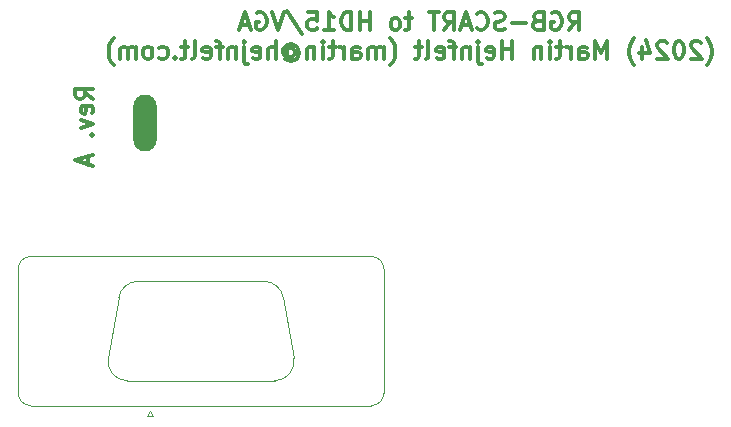
<source format=gbr>
%TF.GenerationSoftware,KiCad,Pcbnew,6.0.11-2627ca5db0~126~ubuntu22.04.1*%
%TF.CreationDate,2024-01-17T10:59:56+01:00*%
%TF.ProjectId,SCART-TO-HD15,53434152-542d-4544-9f2d-484431352e6b,rev?*%
%TF.SameCoordinates,Original*%
%TF.FileFunction,Legend,Bot*%
%TF.FilePolarity,Positive*%
%FSLAX46Y46*%
G04 Gerber Fmt 4.6, Leading zero omitted, Abs format (unit mm)*
G04 Created by KiCad (PCBNEW 6.0.11-2627ca5db0~126~ubuntu22.04.1) date 2024-01-17 10:59:56*
%MOMM*%
%LPD*%
G01*
G04 APERTURE LIST*
%ADD10C,0.300000*%
%ADD11C,0.120000*%
%ADD12O,2.000000X4.800000*%
G04 APERTURE END LIST*
D10*
X110425678Y-81748571D02*
X109711392Y-81248571D01*
X110425678Y-80891428D02*
X108925678Y-80891428D01*
X108925678Y-81462857D01*
X108997107Y-81605714D01*
X109068535Y-81677142D01*
X109211392Y-81748571D01*
X109425678Y-81748571D01*
X109568535Y-81677142D01*
X109639964Y-81605714D01*
X109711392Y-81462857D01*
X109711392Y-80891428D01*
X110354249Y-82962857D02*
X110425678Y-82820000D01*
X110425678Y-82534285D01*
X110354249Y-82391428D01*
X110211392Y-82320000D01*
X109639964Y-82320000D01*
X109497107Y-82391428D01*
X109425678Y-82534285D01*
X109425678Y-82820000D01*
X109497107Y-82962857D01*
X109639964Y-83034285D01*
X109782821Y-83034285D01*
X109925678Y-82320000D01*
X109425678Y-83534285D02*
X110425678Y-83891428D01*
X109425678Y-84248571D01*
X110282821Y-84820000D02*
X110354249Y-84891428D01*
X110425678Y-84820000D01*
X110354249Y-84748571D01*
X110282821Y-84820000D01*
X110425678Y-84820000D01*
X109997107Y-86605714D02*
X109997107Y-87320000D01*
X110425678Y-86462857D02*
X108925678Y-86962857D01*
X110425678Y-87462857D01*
X150705678Y-75921071D02*
X151205678Y-75206785D01*
X151562821Y-75921071D02*
X151562821Y-74421071D01*
X150991392Y-74421071D01*
X150848535Y-74492500D01*
X150777107Y-74563928D01*
X150705678Y-74706785D01*
X150705678Y-74921071D01*
X150777107Y-75063928D01*
X150848535Y-75135357D01*
X150991392Y-75206785D01*
X151562821Y-75206785D01*
X149277107Y-74492500D02*
X149419964Y-74421071D01*
X149634249Y-74421071D01*
X149848535Y-74492500D01*
X149991392Y-74635357D01*
X150062821Y-74778214D01*
X150134249Y-75063928D01*
X150134249Y-75278214D01*
X150062821Y-75563928D01*
X149991392Y-75706785D01*
X149848535Y-75849642D01*
X149634249Y-75921071D01*
X149491392Y-75921071D01*
X149277107Y-75849642D01*
X149205678Y-75778214D01*
X149205678Y-75278214D01*
X149491392Y-75278214D01*
X148062821Y-75135357D02*
X147848535Y-75206785D01*
X147777107Y-75278214D01*
X147705678Y-75421071D01*
X147705678Y-75635357D01*
X147777107Y-75778214D01*
X147848535Y-75849642D01*
X147991392Y-75921071D01*
X148562821Y-75921071D01*
X148562821Y-74421071D01*
X148062821Y-74421071D01*
X147919964Y-74492500D01*
X147848535Y-74563928D01*
X147777107Y-74706785D01*
X147777107Y-74849642D01*
X147848535Y-74992500D01*
X147919964Y-75063928D01*
X148062821Y-75135357D01*
X148562821Y-75135357D01*
X147062821Y-75349642D02*
X145919964Y-75349642D01*
X145277107Y-75849642D02*
X145062821Y-75921071D01*
X144705678Y-75921071D01*
X144562821Y-75849642D01*
X144491392Y-75778214D01*
X144419964Y-75635357D01*
X144419964Y-75492500D01*
X144491392Y-75349642D01*
X144562821Y-75278214D01*
X144705678Y-75206785D01*
X144991392Y-75135357D01*
X145134249Y-75063928D01*
X145205678Y-74992500D01*
X145277107Y-74849642D01*
X145277107Y-74706785D01*
X145205678Y-74563928D01*
X145134249Y-74492500D01*
X144991392Y-74421071D01*
X144634249Y-74421071D01*
X144419964Y-74492500D01*
X142919964Y-75778214D02*
X142991392Y-75849642D01*
X143205678Y-75921071D01*
X143348535Y-75921071D01*
X143562821Y-75849642D01*
X143705678Y-75706785D01*
X143777107Y-75563928D01*
X143848535Y-75278214D01*
X143848535Y-75063928D01*
X143777107Y-74778214D01*
X143705678Y-74635357D01*
X143562821Y-74492500D01*
X143348535Y-74421071D01*
X143205678Y-74421071D01*
X142991392Y-74492500D01*
X142919964Y-74563928D01*
X142348535Y-75492500D02*
X141634249Y-75492500D01*
X142491392Y-75921071D02*
X141991392Y-74421071D01*
X141491392Y-75921071D01*
X140134249Y-75921071D02*
X140634249Y-75206785D01*
X140991392Y-75921071D02*
X140991392Y-74421071D01*
X140419964Y-74421071D01*
X140277107Y-74492500D01*
X140205678Y-74563928D01*
X140134249Y-74706785D01*
X140134249Y-74921071D01*
X140205678Y-75063928D01*
X140277107Y-75135357D01*
X140419964Y-75206785D01*
X140991392Y-75206785D01*
X139705678Y-74421071D02*
X138848535Y-74421071D01*
X139277107Y-75921071D02*
X139277107Y-74421071D01*
X137419964Y-74921071D02*
X136848535Y-74921071D01*
X137205678Y-74421071D02*
X137205678Y-75706785D01*
X137134249Y-75849642D01*
X136991392Y-75921071D01*
X136848535Y-75921071D01*
X136134249Y-75921071D02*
X136277107Y-75849642D01*
X136348535Y-75778214D01*
X136419964Y-75635357D01*
X136419964Y-75206785D01*
X136348535Y-75063928D01*
X136277107Y-74992500D01*
X136134249Y-74921071D01*
X135919964Y-74921071D01*
X135777107Y-74992500D01*
X135705678Y-75063928D01*
X135634249Y-75206785D01*
X135634249Y-75635357D01*
X135705678Y-75778214D01*
X135777107Y-75849642D01*
X135919964Y-75921071D01*
X136134249Y-75921071D01*
X133848535Y-75921071D02*
X133848535Y-74421071D01*
X133848535Y-75135357D02*
X132991392Y-75135357D01*
X132991392Y-75921071D02*
X132991392Y-74421071D01*
X132277107Y-75921071D02*
X132277107Y-74421071D01*
X131919964Y-74421071D01*
X131705678Y-74492500D01*
X131562821Y-74635357D01*
X131491392Y-74778214D01*
X131419964Y-75063928D01*
X131419964Y-75278214D01*
X131491392Y-75563928D01*
X131562821Y-75706785D01*
X131705678Y-75849642D01*
X131919964Y-75921071D01*
X132277107Y-75921071D01*
X129991392Y-75921071D02*
X130848535Y-75921071D01*
X130419964Y-75921071D02*
X130419964Y-74421071D01*
X130562821Y-74635357D01*
X130705678Y-74778214D01*
X130848535Y-74849642D01*
X128634249Y-74421071D02*
X129348535Y-74421071D01*
X129419964Y-75135357D01*
X129348535Y-75063928D01*
X129205678Y-74992500D01*
X128848535Y-74992500D01*
X128705678Y-75063928D01*
X128634249Y-75135357D01*
X128562821Y-75278214D01*
X128562821Y-75635357D01*
X128634249Y-75778214D01*
X128705678Y-75849642D01*
X128848535Y-75921071D01*
X129205678Y-75921071D01*
X129348535Y-75849642D01*
X129419964Y-75778214D01*
X126848535Y-74349642D02*
X128134249Y-76278214D01*
X126562821Y-74421071D02*
X126062821Y-75921071D01*
X125562821Y-74421071D01*
X124277107Y-74492500D02*
X124419964Y-74421071D01*
X124634249Y-74421071D01*
X124848535Y-74492500D01*
X124991392Y-74635357D01*
X125062821Y-74778214D01*
X125134249Y-75063928D01*
X125134249Y-75278214D01*
X125062821Y-75563928D01*
X124991392Y-75706785D01*
X124848535Y-75849642D01*
X124634249Y-75921071D01*
X124491392Y-75921071D01*
X124277107Y-75849642D01*
X124205678Y-75778214D01*
X124205678Y-75278214D01*
X124491392Y-75278214D01*
X123634249Y-75492500D02*
X122919964Y-75492500D01*
X123777107Y-75921071D02*
X123277107Y-74421071D01*
X122777107Y-75921071D01*
X162384249Y-78907500D02*
X162455678Y-78836071D01*
X162598535Y-78621785D01*
X162669964Y-78478928D01*
X162741392Y-78264642D01*
X162812821Y-77907500D01*
X162812821Y-77621785D01*
X162741392Y-77264642D01*
X162669964Y-77050357D01*
X162598535Y-76907500D01*
X162455678Y-76693214D01*
X162384249Y-76621785D01*
X161884249Y-76978928D02*
X161812821Y-76907500D01*
X161669964Y-76836071D01*
X161312821Y-76836071D01*
X161169964Y-76907500D01*
X161098535Y-76978928D01*
X161027107Y-77121785D01*
X161027107Y-77264642D01*
X161098535Y-77478928D01*
X161955678Y-78336071D01*
X161027107Y-78336071D01*
X160098535Y-76836071D02*
X159955678Y-76836071D01*
X159812821Y-76907500D01*
X159741392Y-76978928D01*
X159669964Y-77121785D01*
X159598535Y-77407500D01*
X159598535Y-77764642D01*
X159669964Y-78050357D01*
X159741392Y-78193214D01*
X159812821Y-78264642D01*
X159955678Y-78336071D01*
X160098535Y-78336071D01*
X160241392Y-78264642D01*
X160312821Y-78193214D01*
X160384249Y-78050357D01*
X160455678Y-77764642D01*
X160455678Y-77407500D01*
X160384249Y-77121785D01*
X160312821Y-76978928D01*
X160241392Y-76907500D01*
X160098535Y-76836071D01*
X159027107Y-76978928D02*
X158955678Y-76907500D01*
X158812821Y-76836071D01*
X158455678Y-76836071D01*
X158312821Y-76907500D01*
X158241392Y-76978928D01*
X158169964Y-77121785D01*
X158169964Y-77264642D01*
X158241392Y-77478928D01*
X159098535Y-78336071D01*
X158169964Y-78336071D01*
X156884249Y-77336071D02*
X156884249Y-78336071D01*
X157241392Y-76764642D02*
X157598535Y-77836071D01*
X156669964Y-77836071D01*
X156241392Y-78907500D02*
X156169964Y-78836071D01*
X156027107Y-78621785D01*
X155955678Y-78478928D01*
X155884249Y-78264642D01*
X155812821Y-77907500D01*
X155812821Y-77621785D01*
X155884249Y-77264642D01*
X155955678Y-77050357D01*
X156027107Y-76907500D01*
X156169964Y-76693214D01*
X156241392Y-76621785D01*
X153955678Y-78336071D02*
X153955678Y-76836071D01*
X153455678Y-77907500D01*
X152955678Y-76836071D01*
X152955678Y-78336071D01*
X151598535Y-78336071D02*
X151598535Y-77550357D01*
X151669964Y-77407500D01*
X151812821Y-77336071D01*
X152098535Y-77336071D01*
X152241392Y-77407500D01*
X151598535Y-78264642D02*
X151741392Y-78336071D01*
X152098535Y-78336071D01*
X152241392Y-78264642D01*
X152312821Y-78121785D01*
X152312821Y-77978928D01*
X152241392Y-77836071D01*
X152098535Y-77764642D01*
X151741392Y-77764642D01*
X151598535Y-77693214D01*
X150884249Y-78336071D02*
X150884249Y-77336071D01*
X150884249Y-77621785D02*
X150812821Y-77478928D01*
X150741392Y-77407500D01*
X150598535Y-77336071D01*
X150455678Y-77336071D01*
X150169964Y-77336071D02*
X149598535Y-77336071D01*
X149955678Y-76836071D02*
X149955678Y-78121785D01*
X149884249Y-78264642D01*
X149741392Y-78336071D01*
X149598535Y-78336071D01*
X149098535Y-78336071D02*
X149098535Y-77336071D01*
X149098535Y-76836071D02*
X149169964Y-76907500D01*
X149098535Y-76978928D01*
X149027107Y-76907500D01*
X149098535Y-76836071D01*
X149098535Y-76978928D01*
X148384249Y-77336071D02*
X148384249Y-78336071D01*
X148384249Y-77478928D02*
X148312821Y-77407500D01*
X148169964Y-77336071D01*
X147955678Y-77336071D01*
X147812821Y-77407500D01*
X147741392Y-77550357D01*
X147741392Y-78336071D01*
X145884249Y-78336071D02*
X145884249Y-76836071D01*
X145884249Y-77550357D02*
X145027107Y-77550357D01*
X145027107Y-78336071D02*
X145027107Y-76836071D01*
X143741392Y-78264642D02*
X143884249Y-78336071D01*
X144169964Y-78336071D01*
X144312821Y-78264642D01*
X144384249Y-78121785D01*
X144384249Y-77550357D01*
X144312821Y-77407500D01*
X144169964Y-77336071D01*
X143884249Y-77336071D01*
X143741392Y-77407500D01*
X143669964Y-77550357D01*
X143669964Y-77693214D01*
X144384249Y-77836071D01*
X143027107Y-77336071D02*
X143027107Y-78621785D01*
X143098535Y-78764642D01*
X143241392Y-78836071D01*
X143312821Y-78836071D01*
X143027107Y-76836071D02*
X143098535Y-76907500D01*
X143027107Y-76978928D01*
X142955678Y-76907500D01*
X143027107Y-76836071D01*
X143027107Y-76978928D01*
X142312821Y-77336071D02*
X142312821Y-78336071D01*
X142312821Y-77478928D02*
X142241392Y-77407500D01*
X142098535Y-77336071D01*
X141884249Y-77336071D01*
X141741392Y-77407500D01*
X141669964Y-77550357D01*
X141669964Y-78336071D01*
X141169964Y-77336071D02*
X140598535Y-77336071D01*
X140955678Y-78336071D02*
X140955678Y-77050357D01*
X140884249Y-76907500D01*
X140741392Y-76836071D01*
X140598535Y-76836071D01*
X139527107Y-78264642D02*
X139669964Y-78336071D01*
X139955678Y-78336071D01*
X140098535Y-78264642D01*
X140169964Y-78121785D01*
X140169964Y-77550357D01*
X140098535Y-77407500D01*
X139955678Y-77336071D01*
X139669964Y-77336071D01*
X139527107Y-77407500D01*
X139455678Y-77550357D01*
X139455678Y-77693214D01*
X140169964Y-77836071D01*
X138598535Y-78336071D02*
X138741392Y-78264642D01*
X138812821Y-78121785D01*
X138812821Y-76836071D01*
X138241392Y-77336071D02*
X137669964Y-77336071D01*
X138027107Y-76836071D02*
X138027107Y-78121785D01*
X137955678Y-78264642D01*
X137812821Y-78336071D01*
X137669964Y-78336071D01*
X135598535Y-78907500D02*
X135669964Y-78836071D01*
X135812821Y-78621785D01*
X135884249Y-78478928D01*
X135955678Y-78264642D01*
X136027107Y-77907500D01*
X136027107Y-77621785D01*
X135955678Y-77264642D01*
X135884249Y-77050357D01*
X135812821Y-76907500D01*
X135669964Y-76693214D01*
X135598535Y-76621785D01*
X135027107Y-78336071D02*
X135027107Y-77336071D01*
X135027107Y-77478928D02*
X134955678Y-77407500D01*
X134812821Y-77336071D01*
X134598535Y-77336071D01*
X134455678Y-77407500D01*
X134384249Y-77550357D01*
X134384249Y-78336071D01*
X134384249Y-77550357D02*
X134312821Y-77407500D01*
X134169964Y-77336071D01*
X133955678Y-77336071D01*
X133812821Y-77407500D01*
X133741392Y-77550357D01*
X133741392Y-78336071D01*
X132384249Y-78336071D02*
X132384249Y-77550357D01*
X132455678Y-77407500D01*
X132598535Y-77336071D01*
X132884249Y-77336071D01*
X133027107Y-77407500D01*
X132384249Y-78264642D02*
X132527107Y-78336071D01*
X132884249Y-78336071D01*
X133027107Y-78264642D01*
X133098535Y-78121785D01*
X133098535Y-77978928D01*
X133027107Y-77836071D01*
X132884249Y-77764642D01*
X132527107Y-77764642D01*
X132384249Y-77693214D01*
X131669964Y-78336071D02*
X131669964Y-77336071D01*
X131669964Y-77621785D02*
X131598535Y-77478928D01*
X131527107Y-77407500D01*
X131384249Y-77336071D01*
X131241392Y-77336071D01*
X130955678Y-77336071D02*
X130384249Y-77336071D01*
X130741392Y-76836071D02*
X130741392Y-78121785D01*
X130669964Y-78264642D01*
X130527107Y-78336071D01*
X130384249Y-78336071D01*
X129884249Y-78336071D02*
X129884249Y-77336071D01*
X129884249Y-76836071D02*
X129955678Y-76907500D01*
X129884249Y-76978928D01*
X129812821Y-76907500D01*
X129884249Y-76836071D01*
X129884249Y-76978928D01*
X129169964Y-77336071D02*
X129169964Y-78336071D01*
X129169964Y-77478928D02*
X129098535Y-77407500D01*
X128955678Y-77336071D01*
X128741392Y-77336071D01*
X128598535Y-77407500D01*
X128527107Y-77550357D01*
X128527107Y-78336071D01*
X126884249Y-77621785D02*
X126955678Y-77550357D01*
X127098535Y-77478928D01*
X127241392Y-77478928D01*
X127384249Y-77550357D01*
X127455678Y-77621785D01*
X127527107Y-77764642D01*
X127527107Y-77907500D01*
X127455678Y-78050357D01*
X127384249Y-78121785D01*
X127241392Y-78193214D01*
X127098535Y-78193214D01*
X126955678Y-78121785D01*
X126884249Y-78050357D01*
X126884249Y-77478928D02*
X126884249Y-78050357D01*
X126812821Y-78121785D01*
X126741392Y-78121785D01*
X126598535Y-78050357D01*
X126527107Y-77907500D01*
X126527107Y-77550357D01*
X126669964Y-77336071D01*
X126884249Y-77193214D01*
X127169964Y-77121785D01*
X127455678Y-77193214D01*
X127669964Y-77336071D01*
X127812821Y-77550357D01*
X127884249Y-77836071D01*
X127812821Y-78121785D01*
X127669964Y-78336071D01*
X127455678Y-78478928D01*
X127169964Y-78550357D01*
X126884249Y-78478928D01*
X126669964Y-78336071D01*
X125884249Y-78336071D02*
X125884249Y-76836071D01*
X125241392Y-78336071D02*
X125241392Y-77550357D01*
X125312821Y-77407500D01*
X125455678Y-77336071D01*
X125669964Y-77336071D01*
X125812821Y-77407500D01*
X125884249Y-77478928D01*
X123955678Y-78264642D02*
X124098535Y-78336071D01*
X124384249Y-78336071D01*
X124527107Y-78264642D01*
X124598535Y-78121785D01*
X124598535Y-77550357D01*
X124527107Y-77407500D01*
X124384249Y-77336071D01*
X124098535Y-77336071D01*
X123955678Y-77407500D01*
X123884249Y-77550357D01*
X123884249Y-77693214D01*
X124598535Y-77836071D01*
X123241392Y-77336071D02*
X123241392Y-78621785D01*
X123312821Y-78764642D01*
X123455678Y-78836071D01*
X123527107Y-78836071D01*
X123241392Y-76836071D02*
X123312821Y-76907500D01*
X123241392Y-76978928D01*
X123169964Y-76907500D01*
X123241392Y-76836071D01*
X123241392Y-76978928D01*
X122527107Y-77336071D02*
X122527107Y-78336071D01*
X122527107Y-77478928D02*
X122455678Y-77407500D01*
X122312821Y-77336071D01*
X122098535Y-77336071D01*
X121955678Y-77407500D01*
X121884249Y-77550357D01*
X121884249Y-78336071D01*
X121384249Y-77336071D02*
X120812821Y-77336071D01*
X121169964Y-78336071D02*
X121169964Y-77050357D01*
X121098535Y-76907500D01*
X120955678Y-76836071D01*
X120812821Y-76836071D01*
X119741392Y-78264642D02*
X119884249Y-78336071D01*
X120169964Y-78336071D01*
X120312821Y-78264642D01*
X120384249Y-78121785D01*
X120384249Y-77550357D01*
X120312821Y-77407500D01*
X120169964Y-77336071D01*
X119884249Y-77336071D01*
X119741392Y-77407500D01*
X119669964Y-77550357D01*
X119669964Y-77693214D01*
X120384249Y-77836071D01*
X118812821Y-78336071D02*
X118955678Y-78264642D01*
X119027107Y-78121785D01*
X119027107Y-76836071D01*
X118455678Y-77336071D02*
X117884249Y-77336071D01*
X118241392Y-76836071D02*
X118241392Y-78121785D01*
X118169964Y-78264642D01*
X118027107Y-78336071D01*
X117884249Y-78336071D01*
X117384249Y-78193214D02*
X117312821Y-78264642D01*
X117384249Y-78336071D01*
X117455678Y-78264642D01*
X117384249Y-78193214D01*
X117384249Y-78336071D01*
X116027107Y-78264642D02*
X116169964Y-78336071D01*
X116455678Y-78336071D01*
X116598535Y-78264642D01*
X116669964Y-78193214D01*
X116741392Y-78050357D01*
X116741392Y-77621785D01*
X116669964Y-77478928D01*
X116598535Y-77407500D01*
X116455678Y-77336071D01*
X116169964Y-77336071D01*
X116027107Y-77407500D01*
X115169964Y-78336071D02*
X115312821Y-78264642D01*
X115384249Y-78193214D01*
X115455678Y-78050357D01*
X115455678Y-77621785D01*
X115384249Y-77478928D01*
X115312821Y-77407500D01*
X115169964Y-77336071D01*
X114955678Y-77336071D01*
X114812821Y-77407500D01*
X114741392Y-77478928D01*
X114669964Y-77621785D01*
X114669964Y-78050357D01*
X114741392Y-78193214D01*
X114812821Y-78264642D01*
X114955678Y-78336071D01*
X115169964Y-78336071D01*
X114027107Y-78336071D02*
X114027107Y-77336071D01*
X114027107Y-77478928D02*
X113955678Y-77407500D01*
X113812821Y-77336071D01*
X113598535Y-77336071D01*
X113455678Y-77407500D01*
X113384249Y-77550357D01*
X113384249Y-78336071D01*
X113384249Y-77550357D02*
X113312821Y-77407500D01*
X113169964Y-77336071D01*
X112955678Y-77336071D01*
X112812821Y-77407500D01*
X112741392Y-77550357D01*
X112741392Y-78336071D01*
X112169964Y-78907500D02*
X112098535Y-78836071D01*
X111955678Y-78621785D01*
X111884249Y-78478928D01*
X111812821Y-78264642D01*
X111741392Y-77907500D01*
X111741392Y-77621785D01*
X111812821Y-77264642D01*
X111884249Y-77050357D01*
X111955678Y-76907500D01*
X112098535Y-76693214D01*
X112169964Y-76621785D01*
D11*
%TO.C,J10*%
X113333311Y-105615331D02*
X125796689Y-105615331D01*
X114232579Y-97195331D02*
X124897421Y-97195331D01*
X135050000Y-106655331D02*
X135050000Y-96155331D01*
X115000000Y-108609669D02*
X115500000Y-108609669D01*
X105140000Y-107715331D02*
X133990000Y-107715331D01*
X115250000Y-108176656D02*
X115000000Y-108609669D01*
X104080000Y-96155331D02*
X104080000Y-106655331D01*
X111698530Y-103667075D02*
X112597798Y-98567075D01*
X127431470Y-103667075D02*
X126532202Y-98567075D01*
X133990000Y-95095331D02*
X105140000Y-95095331D01*
X115500000Y-108609669D02*
X115250000Y-108176656D01*
X126532182Y-98567079D02*
G75*
G03*
X124897421Y-97195331I-1634782J-288252D01*
G01*
X133990000Y-107715331D02*
G75*
G03*
X135050000Y-106655331I0J1060000D01*
G01*
X111698530Y-103667075D02*
G75*
G03*
X113333311Y-105615331I1634780J-288257D01*
G01*
X125796689Y-105615320D02*
G75*
G03*
X127431470Y-103667075I11J1659989D01*
G01*
X135050000Y-96155331D02*
G75*
G03*
X133990000Y-95095331I-1060000J0D01*
G01*
X114232579Y-97195331D02*
G75*
G03*
X112597798Y-98567075I2J-1660003D01*
G01*
X105140000Y-95095331D02*
G75*
G03*
X104080000Y-96155331I1J-1060001D01*
G01*
X104080000Y-106655331D02*
G75*
G03*
X105140000Y-107715331I1060001J1D01*
G01*
%TD*%
D12*
%TO.C,J1*%
X114847107Y-83760000D03*
%TD*%
M02*

</source>
